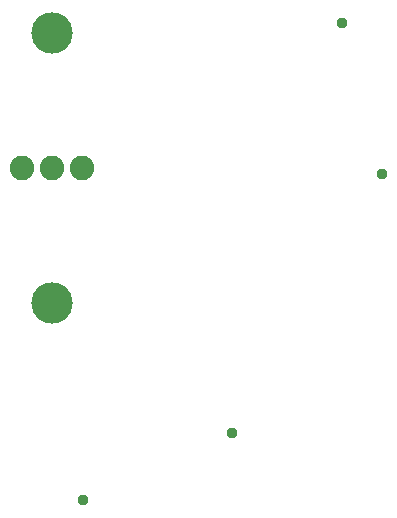
<source format=gbr>
G04 EAGLE Gerber RS-274X export*
G75*
%MOMM*%
%FSLAX34Y34*%
%LPD*%
%INSoldermask Bottom*%
%IPPOS*%
%AMOC8*
5,1,8,0,0,1.08239X$1,22.5*%
G01*
%ADD10C,2.082800*%
%ADD11C,3.505200*%
%ADD12C,0.959600*%


D10*
X228600Y254000D03*
X254000Y254000D03*
X279400Y254000D03*
D11*
X254000Y139700D03*
X254000Y368300D03*
D12*
X280416Y-27432D03*
X406908Y28956D03*
X533400Y248412D03*
X499872Y376428D03*
M02*

</source>
